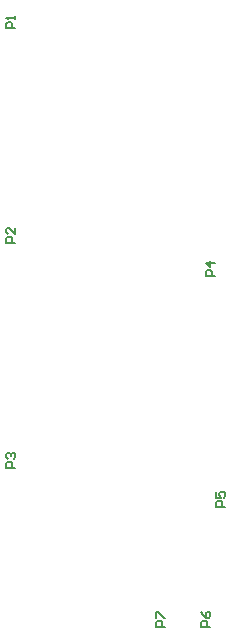
<source format=gbr>
G04*
G04 #@! TF.GenerationSoftware,Altium Limited,Altium Designer,24.1.2 (44)*
G04*
G04 Layer_Color=65535*
%FSLAX25Y25*%
%MOIN*%
G70*
G04*
G04 #@! TF.SameCoordinates,DAD59E85-0841-476F-99BD-E5F442491B29*
G04*
G04*
G04 #@! TF.FilePolarity,Positive*
G04*
G01*
G75*
%ADD73C,0.00591*%
D73*
X1168499Y343501D02*
X1165501D01*
Y345000D01*
X1166000Y345500D01*
X1167000D01*
X1167500Y345000D01*
Y343501D01*
X1165501Y348499D02*
X1166000Y347499D01*
X1167000Y346500D01*
X1168000D01*
X1168499Y347000D01*
Y347999D01*
X1168000Y348499D01*
X1167500D01*
X1167000Y347999D01*
Y346500D01*
X1153500Y343501D02*
X1150500D01*
Y345000D01*
X1151000Y345500D01*
X1152000D01*
X1152500Y345000D01*
Y343501D01*
X1150500Y346500D02*
Y348499D01*
X1151000D01*
X1153000Y346500D01*
X1153500D01*
X1103500Y396501D02*
X1100500D01*
Y398000D01*
X1101000Y398500D01*
X1102000D01*
X1102500Y398000D01*
Y396501D01*
X1101000Y399500D02*
X1100500Y400000D01*
Y400999D01*
X1101000Y401499D01*
X1101500D01*
X1102000Y400999D01*
Y400499D01*
Y400999D01*
X1102500Y401499D01*
X1103000D01*
X1103500Y400999D01*
Y400000D01*
X1103000Y399500D01*
X1103500Y471501D02*
X1100500D01*
Y473000D01*
X1101000Y473500D01*
X1102000D01*
X1102500Y473000D01*
Y471501D01*
X1103500Y476499D02*
Y474500D01*
X1101500Y476499D01*
X1101000D01*
X1100500Y475999D01*
Y475000D01*
X1101000Y474500D01*
X1103500Y543001D02*
X1100500D01*
Y544500D01*
X1101000Y545000D01*
X1102000D01*
X1102500Y544500D01*
Y543001D01*
X1103500Y546000D02*
Y546999D01*
Y546499D01*
X1100500D01*
X1101000Y546000D01*
X1173499Y383501D02*
X1170500D01*
Y385000D01*
X1171000Y385500D01*
X1172000D01*
X1172500Y385000D01*
Y383501D01*
X1170500Y388499D02*
Y386500D01*
X1172000D01*
X1171500Y387499D01*
Y387999D01*
X1172000Y388499D01*
X1173000D01*
X1173499Y387999D01*
Y387000D01*
X1173000Y386500D01*
X1169897Y460391D02*
X1166898D01*
Y461890D01*
X1167398Y462390D01*
X1168398D01*
X1168898Y461890D01*
Y460391D01*
X1169897Y464889D02*
X1166898D01*
X1168398Y463390D01*
Y465389D01*
M02*

</source>
